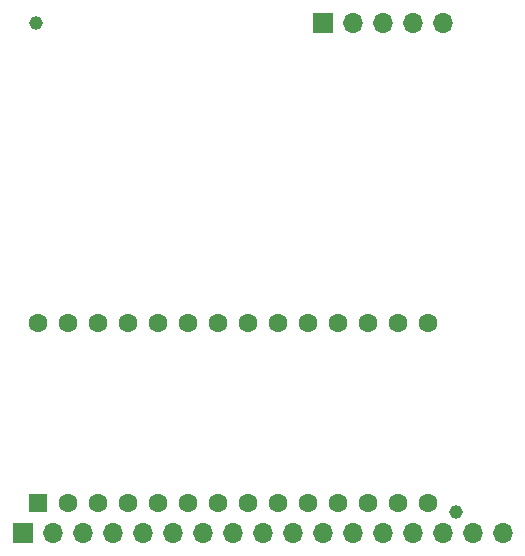
<source format=gbr>
%TF.GenerationSoftware,KiCad,Pcbnew,9.0.0*%
%TF.CreationDate,2025-03-27T21:27:04+00:00*%
%TF.ProjectId,MiniEconetModule,4d696e69-4563-46f6-9e65-744d6f64756c,02b*%
%TF.SameCoordinates,Original*%
%TF.FileFunction,Soldermask,Bot*%
%TF.FilePolarity,Negative*%
%FSLAX46Y46*%
G04 Gerber Fmt 4.6, Leading zero omitted, Abs format (unit mm)*
G04 Created by KiCad (PCBNEW 9.0.0) date 2025-03-27 21:27:04*
%MOMM*%
%LPD*%
G01*
G04 APERTURE LIST*
G04 Aperture macros list*
%AMRoundRect*
0 Rectangle with rounded corners*
0 $1 Rounding radius*
0 $2 $3 $4 $5 $6 $7 $8 $9 X,Y pos of 4 corners*
0 Add a 4 corners polygon primitive as box body*
4,1,4,$2,$3,$4,$5,$6,$7,$8,$9,$2,$3,0*
0 Add four circle primitives for the rounded corners*
1,1,$1+$1,$2,$3*
1,1,$1+$1,$4,$5*
1,1,$1+$1,$6,$7*
1,1,$1+$1,$8,$9*
0 Add four rect primitives between the rounded corners*
20,1,$1+$1,$2,$3,$4,$5,0*
20,1,$1+$1,$4,$5,$6,$7,0*
20,1,$1+$1,$6,$7,$8,$9,0*
20,1,$1+$1,$8,$9,$2,$3,0*%
G04 Aperture macros list end*
%ADD10RoundRect,0.250000X0.550000X-0.550000X0.550000X0.550000X-0.550000X0.550000X-0.550000X-0.550000X0*%
%ADD11C,1.600000*%
%ADD12C,1.152000*%
%ADD13R,1.700000X1.700000*%
%ADD14O,1.700000X1.700000*%
G04 APERTURE END LIST*
D10*
X110075000Y-100805000D03*
D11*
X112615000Y-100805000D03*
X115155000Y-100805000D03*
X117695000Y-100805000D03*
X120235000Y-100805000D03*
X122775000Y-100805000D03*
X125315000Y-100805000D03*
X127855000Y-100805000D03*
X130395000Y-100805000D03*
X132935000Y-100805000D03*
X135475000Y-100805000D03*
X138015000Y-100805000D03*
X140555000Y-100805000D03*
X143095000Y-100805000D03*
X143095000Y-85565000D03*
X140555000Y-85565000D03*
X138015000Y-85565000D03*
X135475000Y-85565000D03*
X132935000Y-85565000D03*
X130395000Y-85565000D03*
X127855000Y-85565000D03*
X125315000Y-85565000D03*
X122775000Y-85565000D03*
X120235000Y-85565000D03*
X117695000Y-85565000D03*
X115155000Y-85565000D03*
X112615000Y-85565000D03*
X110075000Y-85565000D03*
D12*
X145508000Y-101567000D03*
X109948000Y-60165000D03*
D13*
X108805000Y-103345000D03*
D14*
X111345000Y-103345000D03*
X113885000Y-103345000D03*
X116425000Y-103345000D03*
X118965000Y-103345000D03*
X121505000Y-103345000D03*
X124045000Y-103345000D03*
X126585000Y-103345000D03*
X129125000Y-103345000D03*
X131665000Y-103345000D03*
X134205000Y-103345000D03*
X136745000Y-103345000D03*
X139285000Y-103345000D03*
X141825000Y-103345000D03*
X144365000Y-103345000D03*
X146905000Y-103345000D03*
X149445000Y-103345000D03*
D13*
X134205000Y-60165000D03*
D14*
X136745000Y-60165000D03*
X139285000Y-60165000D03*
X141825000Y-60165000D03*
X144365000Y-60165000D03*
M02*

</source>
